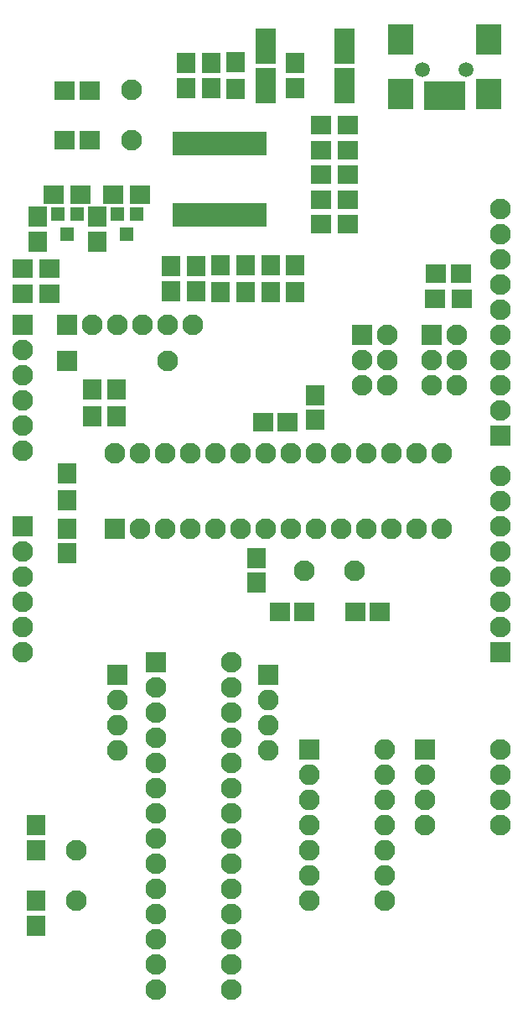
<source format=gbr>
G04 #@! TF.FileFunction,Soldermask,Top*
%FSLAX46Y46*%
G04 Gerber Fmt 4.6, Leading zero omitted, Abs format (unit mm)*
G04 Created by KiCad (PCBNEW 4.0.2-stable) date 23.05.2016 12:24:01*
%MOMM*%
G01*
G04 APERTURE LIST*
%ADD10C,0.100000*%
%ADD11R,2.100000X1.900000*%
%ADD12C,2.100000*%
%ADD13R,2.100000X1.850000*%
%ADD14R,1.850000X2.100000*%
%ADD15R,2.100000X3.600000*%
%ADD16R,2.100000X2.100000*%
%ADD17R,1.050000X2.350000*%
%ADD18R,1.900000X2.100000*%
%ADD19R,1.400000X1.400000*%
%ADD20R,1.100000X2.900000*%
%ADD21R,2.600000X3.100000*%
%ADD22C,1.500000*%
%ADD23O,2.100000X2.100000*%
G04 APERTURE END LIST*
D10*
D11*
X66850000Y-85500000D03*
X64150000Y-85500000D03*
X72850000Y-85500000D03*
X70150000Y-85500000D03*
D12*
X72000000Y-80040000D03*
X72000000Y-74960000D03*
X89460000Y-123500000D03*
X94540000Y-123500000D03*
X66400000Y-151660000D03*
X66400000Y-156740000D03*
D13*
X87750000Y-108500000D03*
X85250000Y-108500000D03*
D14*
X84600000Y-122150000D03*
X84600000Y-124650000D03*
X78500000Y-95250000D03*
X78500000Y-92750000D03*
X90500000Y-108250000D03*
X90500000Y-105750000D03*
X76000000Y-92750000D03*
X76000000Y-95250000D03*
X88500000Y-74750000D03*
X88500000Y-72250000D03*
X65500000Y-119200000D03*
X65500000Y-121700000D03*
X77500000Y-74750000D03*
X77500000Y-72250000D03*
D15*
X85500000Y-70501020D03*
X85500000Y-74498980D03*
X93500000Y-70501020D03*
X93500000Y-74498980D03*
D14*
X80000000Y-74750000D03*
X80000000Y-72250000D03*
D13*
X65250000Y-80000000D03*
X67750000Y-80000000D03*
X65250000Y-75000000D03*
X67750000Y-75000000D03*
X86950000Y-127600000D03*
X89450000Y-127600000D03*
X97050000Y-127600000D03*
X94550000Y-127600000D03*
D14*
X62350000Y-149150000D03*
X62350000Y-151650000D03*
X62350000Y-159250000D03*
X62350000Y-156750000D03*
D16*
X70250000Y-119200000D03*
D12*
X72790000Y-119200000D03*
X75330000Y-119200000D03*
X77870000Y-119200000D03*
X80410000Y-119200000D03*
X82950000Y-119200000D03*
X85490000Y-119200000D03*
X88030000Y-119200000D03*
X90570000Y-119200000D03*
X93110000Y-119200000D03*
X95650000Y-119200000D03*
X98190000Y-119200000D03*
X100730000Y-119200000D03*
X103270000Y-119200000D03*
X103270000Y-111580000D03*
X100730000Y-111580000D03*
X98190000Y-111580000D03*
X95650000Y-111580000D03*
X93110000Y-111580000D03*
X90570000Y-111580000D03*
X88030000Y-111580000D03*
X85490000Y-111580000D03*
X82950000Y-111580000D03*
X80410000Y-111580000D03*
X77870000Y-111580000D03*
X75330000Y-111580000D03*
X72790000Y-111580000D03*
X70250000Y-111580000D03*
D17*
X76675000Y-87600000D03*
X77325000Y-87600000D03*
X77975000Y-87600000D03*
X78625000Y-87600000D03*
X79275000Y-87600000D03*
X79925000Y-87600000D03*
X80575000Y-87600000D03*
X81225000Y-87600000D03*
X81875000Y-87600000D03*
X82525000Y-87600000D03*
X83175000Y-87600000D03*
X83825000Y-87600000D03*
X84475000Y-87600000D03*
X85125000Y-87600000D03*
X85125000Y-80400000D03*
X84475000Y-80400000D03*
X83825000Y-80400000D03*
X83175000Y-80400000D03*
X82525000Y-80400000D03*
X81875000Y-80400000D03*
X81225000Y-80400000D03*
X80575000Y-80400000D03*
X79925000Y-80400000D03*
X79275000Y-80400000D03*
X78625000Y-80400000D03*
X77975000Y-80400000D03*
X77325000Y-80400000D03*
X76675000Y-80400000D03*
D14*
X68500000Y-87750000D03*
X68500000Y-90250000D03*
X62500000Y-87750000D03*
X62500000Y-90250000D03*
D13*
X105250000Y-93500000D03*
X102750000Y-93500000D03*
D11*
X93850000Y-86000000D03*
X91150000Y-86000000D03*
X93850000Y-88500000D03*
X91150000Y-88500000D03*
D18*
X81000000Y-95350000D03*
X81000000Y-92650000D03*
X83500000Y-95350000D03*
X83500000Y-92650000D03*
X86000000Y-95350000D03*
X86000000Y-92650000D03*
X88500000Y-95350000D03*
X88500000Y-92650000D03*
D11*
X61000000Y-95500000D03*
X63700000Y-95500000D03*
X61000000Y-93000000D03*
X63700000Y-93000000D03*
X91150000Y-83500000D03*
X93850000Y-83500000D03*
X91150000Y-81000000D03*
X93850000Y-81000000D03*
D18*
X65500000Y-113650000D03*
X65500000Y-116350000D03*
D11*
X93850000Y-78500000D03*
X91150000Y-78500000D03*
X105350000Y-96000000D03*
X102650000Y-96000000D03*
D18*
X82500000Y-74850000D03*
X82500000Y-72150000D03*
X70500000Y-107850000D03*
X70500000Y-105150000D03*
X68000000Y-107850000D03*
X68000000Y-105150000D03*
D12*
X75660520Y-102297460D03*
D16*
X65500520Y-102297460D03*
D19*
X72450000Y-87500000D03*
X70550000Y-87500000D03*
X71500000Y-89500000D03*
X66450000Y-87500000D03*
X64550000Y-87500000D03*
X65500000Y-89500000D03*
D16*
X95300000Y-99700000D03*
D12*
X97840000Y-99700000D03*
X95300000Y-102240000D03*
X97840000Y-102240000D03*
X95300000Y-104780000D03*
X97840000Y-104780000D03*
D16*
X102300000Y-99700000D03*
D12*
X104840000Y-99700000D03*
X102300000Y-102240000D03*
X104840000Y-102240000D03*
X102300000Y-104780000D03*
X104840000Y-104780000D03*
D16*
X65500000Y-98680000D03*
D12*
X68040000Y-98680000D03*
X70580000Y-98680000D03*
X73120000Y-98680000D03*
X75660000Y-98680000D03*
X78200000Y-98680000D03*
D16*
X61000000Y-98680000D03*
D12*
X61000000Y-101220000D03*
X61000000Y-103760000D03*
X61000000Y-106300000D03*
X61000000Y-108840000D03*
X61000000Y-111380000D03*
D16*
X61000000Y-119000000D03*
D12*
X61000000Y-121540000D03*
X61000000Y-124080000D03*
X61000000Y-126620000D03*
X61000000Y-129160000D03*
X61000000Y-131700000D03*
D16*
X109260000Y-131700000D03*
D12*
X109260000Y-129160000D03*
X109260000Y-126620000D03*
X109260000Y-124080000D03*
X109260000Y-121540000D03*
X109260000Y-119000000D03*
X109260000Y-116460000D03*
X109260000Y-113920000D03*
D20*
X105200000Y-75500000D03*
X104400000Y-75500000D03*
X103600000Y-75500000D03*
X102800000Y-75500000D03*
X102000000Y-75500000D03*
D21*
X108050000Y-75400000D03*
X108050000Y-69900000D03*
X99150000Y-75400000D03*
X99150000Y-69900000D03*
D22*
X105800000Y-72900000D03*
X101400000Y-72900000D03*
D16*
X109260000Y-109856000D03*
D12*
X109260000Y-107316000D03*
X109260000Y-104776000D03*
X109260000Y-102236000D03*
X109260000Y-99696000D03*
X109260000Y-97156000D03*
X109260000Y-94616000D03*
X109260000Y-92076000D03*
X109260000Y-89536000D03*
X109260000Y-86996000D03*
D16*
X74400000Y-132650000D03*
D12*
X74400000Y-135190000D03*
X74400000Y-137730000D03*
X74400000Y-140270000D03*
X74400000Y-142810000D03*
X74400000Y-145350000D03*
X74400000Y-147890000D03*
X74400000Y-150430000D03*
X74400000Y-152970000D03*
X74400000Y-155510000D03*
X74400000Y-158050000D03*
X74400000Y-160590000D03*
X74400000Y-163130000D03*
X74400000Y-165670000D03*
X82020000Y-165670000D03*
X82020000Y-163130000D03*
X82020000Y-160590000D03*
X82020000Y-158050000D03*
X82020000Y-155510000D03*
X82020000Y-152970000D03*
X82020000Y-150430000D03*
X82020000Y-147890000D03*
X82020000Y-145350000D03*
X82020000Y-142810000D03*
X82020000Y-140270000D03*
X82020000Y-137730000D03*
X82020000Y-135190000D03*
X82020000Y-132650000D03*
D16*
X101640000Y-141500000D03*
D12*
X101640000Y-144040000D03*
X109260000Y-141500000D03*
X101640000Y-146580000D03*
X101640000Y-149120000D03*
X109260000Y-149120000D03*
X109260000Y-146580000D03*
X109260000Y-144040000D03*
D16*
X89900000Y-141500000D03*
D23*
X89900000Y-144040000D03*
D12*
X97520000Y-156740000D03*
D23*
X89900000Y-146580000D03*
X89900000Y-149120000D03*
X89900000Y-151660000D03*
X89900000Y-154200000D03*
X89900000Y-156740000D03*
X97520000Y-154200000D03*
X97520000Y-151660000D03*
X97520000Y-149120000D03*
X97520000Y-146580000D03*
X97520000Y-144040000D03*
X97520000Y-141500000D03*
D16*
X70550000Y-133920000D03*
D23*
X70550000Y-136460000D03*
X70550000Y-139000000D03*
X70550000Y-141540000D03*
D16*
X85790000Y-133920000D03*
D23*
X85790000Y-136460000D03*
X85790000Y-139000000D03*
X85790000Y-141540000D03*
M02*

</source>
